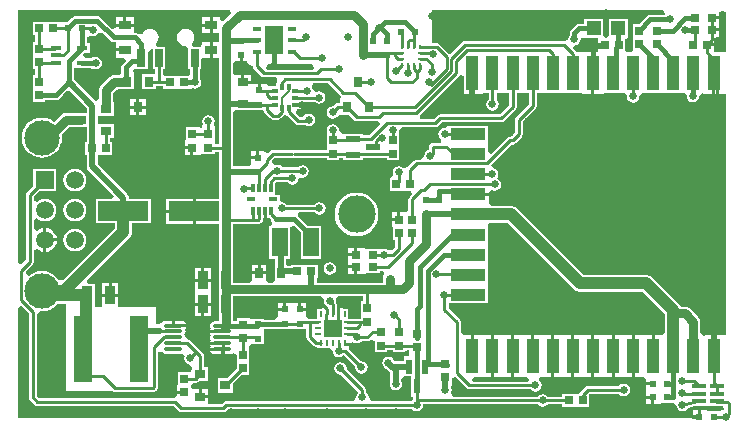
<source format=gtl>
%FSLAX23Y23*%
%MOIN*%
G70*
G01*
G75*
G04 Layer_Physical_Order=1*
G04 Layer_Color=255*
%ADD10R,0.026X0.030*%
%ADD11R,0.030X0.026*%
%ADD12R,0.031X0.028*%
%ADD13R,0.039X0.031*%
%ADD14R,0.028X0.059*%
%ADD15R,0.012X0.020*%
%ADD16R,0.020X0.012*%
%ADD17R,0.051X0.022*%
%ADD18R,0.024X0.024*%
%ADD19R,0.118X0.039*%
%ADD20R,0.039X0.118*%
%ADD21R,0.010X0.020*%
%ADD22R,0.020X0.010*%
%ADD23R,0.010X0.013*%
%ADD24R,0.013X0.010*%
%ADD25O,0.065X0.012*%
%ADD26R,0.037X0.018*%
%ADD27R,0.035X0.031*%
%ADD28R,0.031X0.035*%
%ADD29R,0.063X0.224*%
%ADD30R,0.024X0.024*%
%ADD31R,0.035X0.026*%
%ADD32R,0.026X0.035*%
%ADD33R,0.033X0.059*%
%ADD34R,0.169X0.065*%
%ADD35R,0.053X0.094*%
%ADD36R,0.028X0.018*%
%ADD37R,0.063X0.098*%
%ADD38R,0.012X0.031*%
%ADD39R,0.031X0.012*%
%ADD40R,0.047X0.047*%
%ADD41R,0.051X0.016*%
%ADD42R,0.022X0.051*%
%ADD43C,0.010*%
%ADD44C,0.030*%
%ADD45C,0.015*%
%ADD46C,0.020*%
%ADD47C,0.040*%
%ADD48C,0.011*%
%ADD49C,0.008*%
%ADD50C,0.125*%
%ADD51C,0.118*%
%ADD52C,0.059*%
%ADD53R,0.059X0.059*%
%ADD54C,0.025*%
G36*
X340Y403D02*
X364D01*
X365Y403D01*
Y403D01*
X365Y403D01*
Y403D01*
X375Y405D01*
X375D01*
Y405D01*
X375Y405D01*
X389D01*
Y383D01*
X388Y382D01*
X383Y375D01*
X381Y367D01*
X383Y359D01*
X388Y353D01*
X394Y348D01*
X402Y346D01*
X410Y348D01*
X417Y353D01*
X422Y359D01*
X423Y367D01*
X422Y375D01*
X417Y382D01*
X416Y383D01*
Y405D01*
X430D01*
Y405D01*
X442D01*
Y405D01*
X456D01*
Y365D01*
X426Y334D01*
X228D01*
X223Y333D01*
X219Y330D01*
X207Y318D01*
X163D01*
X162Y320D01*
X159Y330D01*
X291Y463D01*
X294Y466D01*
X295Y466D01*
X306Y460D01*
Y403D01*
X330D01*
Y472D01*
X340D01*
Y403D01*
D02*
G37*
G36*
X753Y588D02*
X753Y576D01*
Y570D01*
X777D01*
Y560D01*
X753D01*
Y554D01*
X753Y542D01*
X742Y542D01*
Y472D01*
Y403D01*
X765D01*
X767Y403D01*
X767D01*
X778Y405D01*
X779D01*
X831D01*
X832Y405D01*
X837D01*
X843D01*
X850Y394D01*
X852Y386D01*
X856Y379D01*
X863Y375D01*
X871Y373D01*
X879Y375D01*
X886Y379D01*
X890Y386D01*
X892Y394D01*
X899Y405D01*
X910D01*
Y405D01*
X965D01*
X965Y405D01*
X965Y405D01*
X977D01*
Y405D01*
X977Y405D01*
X1032D01*
X1032Y405D01*
X1038D01*
X1044D01*
X1049Y395D01*
X1051Y387D01*
X1055Y380D01*
X1062Y376D01*
X1070Y374D01*
X1078Y376D01*
X1085Y380D01*
X1089Y387D01*
X1091Y395D01*
X1099Y405D01*
X1109Y403D01*
X1109D01*
X1111Y403D01*
X1134D01*
Y472D01*
X1144D01*
Y403D01*
X1168D01*
X1168Y403D01*
X1180Y403D01*
Y-403D01*
X1168Y-403D01*
X1168Y-403D01*
X1144D01*
Y-472D01*
X1134D01*
Y-403D01*
X1111D01*
X1109Y-403D01*
X1109D01*
X1107Y-404D01*
X1095Y-394D01*
Y-358D01*
X1093Y-349D01*
X1088Y-342D01*
X1060Y-313D01*
X1052Y-308D01*
X1043Y-307D01*
X1030D01*
X1029Y-306D01*
X1025Y-300D01*
X935Y-210D01*
X929Y-206D01*
X924Y-204D01*
X922Y-203D01*
X915Y-202D01*
X707D01*
X485Y20D01*
X479Y24D01*
X474Y26D01*
X472Y27D01*
X465Y28D01*
X396D01*
X389Y37D01*
Y62D01*
X320D01*
Y72D01*
X389D01*
Y75D01*
X401Y82D01*
X402Y81D01*
X410Y79D01*
X418Y81D01*
X425Y85D01*
X429Y92D01*
X431Y100D01*
X429Y108D01*
X425Y115D01*
X418Y119D01*
X420Y125D01*
X420Y126D01*
X422Y134D01*
X420Y142D01*
X416Y149D01*
X409Y153D01*
X403Y154D01*
X400Y161D01*
X398Y166D01*
X465Y233D01*
X470D01*
X475Y234D01*
X479Y237D01*
X499Y257D01*
X502Y262D01*
X503Y267D01*
X503Y267D01*
Y310D01*
X546Y352D01*
X548Y356D01*
X549Y361D01*
Y405D01*
X564D01*
Y405D01*
X575D01*
Y405D01*
X631D01*
Y405D01*
X631Y405D01*
X642D01*
Y405D01*
X642Y405D01*
X695D01*
X696D01*
X707Y403D01*
X707D01*
X709Y403D01*
X732D01*
Y472D01*
Y542D01*
X709D01*
X707Y542D01*
X707D01*
X696Y540D01*
X695D01*
X682D01*
X682Y540D01*
X679Y544D01*
X671Y553D01*
X673Y560D01*
X676Y564D01*
X683Y566D01*
X690Y570D01*
X694Y577D01*
X696Y585D01*
X698Y588D01*
X707Y588D01*
X741D01*
X753Y588D01*
D02*
G37*
G36*
X-192Y488D02*
X-195Y483D01*
X-348D01*
X-352Y488D01*
X-346Y500D01*
X-198D01*
X-192Y488D01*
D02*
G37*
G36*
X523Y367D02*
X481Y324D01*
X478Y320D01*
X477Y315D01*
Y272D01*
X464Y260D01*
X460D01*
X455Y259D01*
X450Y256D01*
X398Y203D01*
X387Y208D01*
Y228D01*
X387Y228D01*
Y234D01*
Y240D01*
X387Y240D01*
Y295D01*
X253D01*
Y295D01*
X243Y289D01*
X235Y287D01*
X228Y283D01*
X223Y276D01*
X222Y268D01*
X223Y260D01*
X228Y253D01*
X232Y250D01*
X229Y238D01*
X203D01*
X198Y237D01*
X194Y234D01*
X191Y230D01*
X190Y225D01*
Y215D01*
X187Y214D01*
X180Y210D01*
X176Y203D01*
X174Y195D01*
X165Y183D01*
X150D01*
X145Y182D01*
X141Y179D01*
X118Y157D01*
X118Y157D01*
X106Y155D01*
X104Y155D01*
X98Y159D01*
X90Y161D01*
X82Y159D01*
X75Y155D01*
X71Y148D01*
X69Y140D01*
X71Y133D01*
X71Y132D01*
X64Y121D01*
X60D01*
Y79D01*
X130D01*
X134Y68D01*
X126Y59D01*
X123Y55D01*
X122Y50D01*
Y15D01*
X113Y7D01*
X113Y7D01*
X95D01*
Y-17D01*
X90D01*
Y-22D01*
X67D01*
Y-42D01*
X69D01*
Y-85D01*
X77D01*
Y-110D01*
X67Y-119D01*
X55Y-120D01*
X48Y-116D01*
X40Y-114D01*
X38Y-114D01*
X26Y-114D01*
X26Y-114D01*
X26Y-114D01*
X-15D01*
X-16D01*
X-27Y-112D01*
X-27D01*
X-32Y-112D01*
X-48D01*
Y-135D01*
X-53D01*
Y-140D01*
X-78D01*
Y-159D01*
Y-170D01*
X-53D01*
Y-175D01*
X-48D01*
Y-198D01*
X-32D01*
X-27Y-198D01*
X-27D01*
X-16Y-196D01*
X-15D01*
X26D01*
Y-188D01*
X38D01*
X41Y-194D01*
X42Y-200D01*
X38Y-206D01*
X37Y-215D01*
Y-227D01*
X-184D01*
Y-211D01*
X-180D01*
Y-169D01*
X-270D01*
Y-172D01*
X-283D01*
Y-169D01*
X-285D01*
Y-147D01*
X-273D01*
Y-42D01*
X-261Y-37D01*
X-237Y-60D01*
Y-147D01*
X-168D01*
Y-37D01*
X-216D01*
X-247Y-5D01*
X-246Y1D01*
X-243Y7D01*
X-191D01*
X-190Y5D01*
X-183Y1D01*
X-175Y-1D01*
X-167Y1D01*
X-160Y5D01*
X-156Y12D01*
X-154Y20D01*
X-156Y28D01*
X-160Y35D01*
X-167Y39D01*
X-175Y41D01*
X-183Y39D01*
X-190Y35D01*
X-191Y33D01*
X-284D01*
X-285Y35D01*
X-292Y39D01*
X-300Y41D01*
X-305Y45D01*
Y64D01*
X-323D01*
Y104D01*
X-320Y107D01*
X-281D01*
X-280Y105D01*
X-273Y101D01*
X-265Y99D01*
X-257Y101D01*
X-250Y105D01*
X-246Y112D01*
X-245Y114D01*
X-242Y121D01*
X-232Y123D01*
X-231Y123D01*
X-224Y124D01*
X-217Y129D01*
X-212Y136D01*
X-211Y144D01*
X-212Y151D01*
X-217Y158D01*
X-224Y163D01*
X-231Y164D01*
X-239Y163D01*
X-246Y158D01*
X-247Y157D01*
X-298D01*
X-300Y160D01*
X-307Y164D01*
X-315Y166D01*
X-323Y164D01*
X-334Y171D01*
X-334Y179D01*
X-325Y189D01*
X-266D01*
X-263Y190D01*
X-261Y189D01*
X-151D01*
Y180D01*
X-109D01*
Y189D01*
X-97D01*
Y181D01*
X-30D01*
Y189D01*
X49D01*
Y180D01*
X91D01*
Y225D01*
Y270D01*
X91Y270D01*
X91D01*
X92Y282D01*
X100Y292D01*
X212D01*
X217Y293D01*
X222Y296D01*
X234Y308D01*
X431D01*
X436Y309D01*
X440Y312D01*
X479Y350D01*
X482Y354D01*
X483Y359D01*
Y405D01*
X497D01*
Y405D01*
X509D01*
Y405D01*
X523D01*
Y367D01*
D02*
G37*
G36*
X-165Y-276D02*
X-160Y-285D01*
X-161Y-290D01*
X-159Y-298D01*
X-158Y-300D01*
X-164Y-312D01*
X-165D01*
Y-314D01*
X-182D01*
Y-347D01*
X-211D01*
X-218Y-338D01*
Y-338D01*
X-218Y-333D01*
Y-321D01*
X-240D01*
Y-316D01*
X-245D01*
Y-295D01*
X-256D01*
X-262Y-295D01*
X-265D01*
X-268D01*
X-274Y-295D01*
X-285D01*
Y-316D01*
X-290D01*
Y-321D01*
X-312D01*
Y-333D01*
X-312Y-338D01*
Y-338D01*
X-312Y-339D01*
X-322Y-351D01*
X-360D01*
Y-347D01*
X-400D01*
X-400Y-347D01*
Y-347D01*
X-400Y-347D01*
X-400Y-347D01*
X-409Y-345D01*
X-409Y-345D01*
X-409Y-345D01*
Y-345D01*
X-411Y-345D01*
X-451D01*
Y-355D01*
X-463D01*
Y-338D01*
X-462D01*
Y-300D01*
X-462Y-298D01*
Y-273D01*
X-168D01*
X-165Y-276D01*
D02*
G37*
G36*
X-28Y-290D02*
X-36D01*
Y-335D01*
Y-347D01*
X-78D01*
Y-314D01*
X-95D01*
Y-312D01*
X-105D01*
Y-332D01*
Y-352D01*
X-100D01*
Y-373D01*
Y-393D01*
Y-408D01*
X-106D01*
Y-410D01*
X-160D01*
Y-393D01*
Y-373D01*
Y-352D01*
X-155D01*
Y-332D01*
X-145D01*
Y-352D01*
X-135D01*
Y-352D01*
X-125D01*
Y-352D01*
X-115D01*
Y-332D01*
Y-312D01*
X-117D01*
Y-300D01*
X-118Y-295D01*
X-120Y-292D01*
X-119Y-290D01*
X-120Y-285D01*
X-115Y-276D01*
X-112Y-273D01*
X-28D01*
Y-290D01*
D02*
G37*
G36*
X-104Y396D02*
X-104Y395D01*
X-106Y383D01*
X-106D01*
X-106Y383D01*
Y371D01*
X-112D01*
X-117Y370D01*
X-122Y367D01*
X-128Y361D01*
X-130Y361D01*
X-138Y359D01*
X-145Y355D01*
X-149Y348D01*
X-151Y340D01*
X-149Y332D01*
X-145Y325D01*
X-138Y321D01*
X-130Y319D01*
X-122Y321D01*
X-115Y325D01*
X-106Y332D01*
X-101Y332D01*
X-75D01*
X-59Y316D01*
X-55Y313D01*
X-50Y312D01*
X21D01*
X26Y302D01*
X26Y300D01*
X-10Y264D01*
X-30D01*
Y269D01*
X-97D01*
Y269D01*
X-98Y269D01*
X-109Y280D01*
X-109Y280D01*
Y280D01*
X-109Y281D01*
X-111Y288D01*
X-112Y291D01*
X-115Y295D01*
X-122Y299D01*
X-130Y301D01*
X-138Y299D01*
X-145Y295D01*
X-148Y291D01*
X-149Y288D01*
X-151Y281D01*
X-151Y280D01*
Y280D01*
X-151Y268D01*
Y225D01*
Y216D01*
X-261D01*
X-263Y215D01*
X-266Y216D01*
X-330D01*
X-335Y215D01*
X-339Y212D01*
X-347Y204D01*
X-358Y209D01*
Y210D01*
X-375D01*
Y189D01*
X-380D01*
Y184D01*
X-402D01*
Y167D01*
X-402D01*
X-411Y160D01*
X-462D01*
Y338D01*
X-456Y348D01*
X-404D01*
X-404Y348D01*
D01*
X-404Y348D01*
X-395Y347D01*
X-395Y347D01*
Y347D01*
Y347D01*
X-393Y347D01*
X-362D01*
X-361Y344D01*
X-358Y340D01*
X-338Y320D01*
X-334Y317D01*
X-329Y316D01*
X-313D01*
X-308Y317D01*
X-303Y320D01*
X-297Y327D01*
X-290Y331D01*
X-280Y327D01*
X-254Y301D01*
X-250Y298D01*
X-245Y297D01*
X-220D01*
X-218Y296D01*
X-210Y294D01*
X-202Y296D01*
X-195Y300D01*
X-191Y307D01*
X-189Y315D01*
X-191Y323D01*
X-195Y330D01*
X-202Y334D01*
X-210Y336D01*
X-218Y334D01*
X-225Y330D01*
X-228Y325D01*
X-240Y324D01*
X-254Y338D01*
X-249Y350D01*
X-235D01*
Y361D01*
X-255D01*
Y371D01*
X-235D01*
Y376D01*
X-191D01*
X-190Y375D01*
X-184Y370D01*
X-176Y369D01*
X-168Y370D01*
X-161Y375D01*
X-156Y381D01*
X-155Y389D01*
X-156Y397D01*
X-161Y404D01*
X-168Y409D01*
X-176Y410D01*
X-184Y409D01*
X-185Y408D01*
X-191Y411D01*
X-196Y415D01*
X-198Y421D01*
X-200Y425D01*
X-196Y435D01*
X-195Y437D01*
X-145D01*
X-104Y396D01*
D02*
G37*
G36*
X-1020Y-310D02*
X-1020Y-310D01*
X-1020Y-310D01*
Y-590D01*
X-863D01*
X-860Y-592D01*
X-855Y-593D01*
X-730D01*
X-725Y-592D01*
X-722Y-590D01*
X-720D01*
Y-589D01*
X-716Y-584D01*
X-713Y-580D01*
X-712Y-575D01*
Y-459D01*
X-700Y-457D01*
X-698Y-459D01*
X-694Y-462D01*
X-688Y-464D01*
X-635D01*
X-633Y-463D01*
X-625Y-471D01*
X-625Y-471D01*
X-624Y-473D01*
X-626Y-480D01*
X-624Y-488D01*
X-620Y-495D01*
X-613Y-499D01*
X-607Y-501D01*
X-603Y-504D01*
X-598Y-512D01*
Y-515D01*
X-604Y-525D01*
X-646D01*
Y-568D01*
X-648D01*
Y-588D01*
X-625D01*
Y-598D01*
X-648D01*
Y-601D01*
X-655Y-612D01*
X-1110D01*
X-1117Y-605D01*
Y-333D01*
X-1116Y-332D01*
X-1106Y-323D01*
X-1105Y-323D01*
X-1100Y-323D01*
X-1087Y-322D01*
X-1074Y-318D01*
X-1063Y-312D01*
X-1052Y-304D01*
X-1048Y-298D01*
X-1021D01*
X-1020Y-310D01*
D02*
G37*
G36*
X-430Y510D02*
X-422D01*
X-416Y510D01*
X-415Y509D01*
X-410Y500D01*
X-410D01*
X-409D01*
X-406Y499D01*
X-397Y495D01*
Y494D01*
X-396Y489D01*
X-393Y485D01*
X-369Y461D01*
X-365Y458D01*
X-360Y457D01*
X-318D01*
X-316Y453D01*
X-315Y442D01*
X-320Y432D01*
X-323Y429D01*
X-341D01*
X-343Y429D01*
X-353Y434D01*
Y435D01*
X-370D01*
Y414D01*
X-380D01*
Y435D01*
X-390D01*
X-397Y435D01*
X-397Y436D01*
X-430D01*
Y441D01*
X-435D01*
Y464D01*
X-450D01*
X-458Y464D01*
X-462Y475D01*
D01*
Y500D01*
X-457Y510D01*
X-450Y510D01*
X-440D01*
Y531D01*
X-430D01*
Y510D01*
D02*
G37*
G36*
X-899Y606D02*
X-871Y579D01*
X-866Y575D01*
X-860Y574D01*
X-853D01*
Y554D01*
X-824D01*
Y544D01*
X-853D01*
Y523D01*
X-826D01*
X-821Y511D01*
X-831Y501D01*
X-835Y496D01*
X-836Y490D01*
Y468D01*
X-841D01*
Y466D01*
X-858D01*
X-867Y464D01*
X-874Y459D01*
X-902Y432D01*
X-907Y424D01*
X-908Y415D01*
Y385D01*
X-919Y378D01*
X-923Y379D01*
X-994Y450D01*
Y476D01*
X-993Y488D01*
X-940D01*
X-940Y488D01*
Y488D01*
X-940Y488D01*
X-929Y485D01*
X-929Y485D01*
X-921Y484D01*
X-913Y485D01*
X-906Y490D01*
X-901Y496D01*
X-900Y504D01*
X-901Y512D01*
X-906Y519D01*
X-913Y524D01*
X-921Y525D01*
X-929Y524D01*
X-929Y524D01*
X-940Y521D01*
X-940Y521D01*
X-940Y521D01*
X-957D01*
X-963Y533D01*
X-958Y539D01*
X-940D01*
Y572D01*
X-951D01*
Y590D01*
X-948Y591D01*
X-939Y595D01*
X-936Y595D01*
X-930Y594D01*
X-928Y595D01*
X-927Y595D01*
X-925Y595D01*
X-922Y596D01*
X-917Y599D01*
X-915Y600D01*
X-913Y604D01*
X-902Y606D01*
X-899Y606D01*
D02*
G37*
G36*
X675Y-250D02*
X681Y-254D01*
X686Y-256D01*
X688Y-257D01*
X695Y-258D01*
X903D01*
X976Y-331D01*
Y-396D01*
X967Y-403D01*
X964Y-403D01*
X943D01*
Y-472D01*
X933D01*
Y-403D01*
X913D01*
X908Y-403D01*
X904D01*
X901D01*
X896Y-403D01*
X876D01*
Y-472D01*
Y-541D01*
X896D01*
X901Y-541D01*
X904D01*
X908D01*
X915Y-551D01*
Y-553D01*
Y-560D01*
X936D01*
Y-570D01*
X915D01*
Y-576D01*
X915Y-587D01*
Y-587D01*
Y-588D01*
X915Y-599D01*
Y-605D01*
X936D01*
Y-610D01*
X941D01*
Y-632D01*
X953D01*
X958Y-632D01*
X958D01*
X969Y-630D01*
X970D01*
X1003D01*
X1010Y-631D01*
X1014Y-635D01*
X1014Y-636D01*
X1016Y-643D01*
X1020Y-650D01*
X1027Y-654D01*
X1035Y-656D01*
X1043Y-654D01*
X1050Y-650D01*
X1054Y-644D01*
X1076Y-638D01*
X1169D01*
X1173Y-650D01*
X1170Y-653D01*
X1158Y-655D01*
Y-655D01*
X1158Y-655D01*
X1131D01*
X1119Y-655D01*
X1119Y-655D01*
X1119Y-655D01*
X1113Y-653D01*
X1113Y-653D01*
Y-653D01*
X1108Y-653D01*
X1096D01*
Y-675D01*
X1091D01*
Y-680D01*
X-1180D01*
Y-311D01*
X-1168Y-306D01*
X-1143Y-330D01*
Y-610D01*
X-1142Y-615D01*
X-1139Y-619D01*
X-1124Y-634D01*
X-1120Y-637D01*
X-1115Y-638D01*
X-660D01*
X-644Y-654D01*
X-640Y-657D01*
X-635Y-658D01*
X-495D01*
X-490Y-657D01*
X-486Y-654D01*
X-480Y-648D01*
X134D01*
X135Y-650D01*
X142Y-654D01*
X150Y-656D01*
X158Y-654D01*
X165Y-650D01*
X169Y-643D01*
X171Y-635D01*
X172Y-633D01*
X554D01*
X555Y-635D01*
X562Y-639D01*
X570Y-641D01*
X578Y-639D01*
X585Y-635D01*
X586Y-633D01*
X635D01*
Y-641D01*
X725D01*
Y-599D01*
X737Y-598D01*
X824D01*
X825Y-600D01*
X832Y-604D01*
X840Y-606D01*
X848Y-604D01*
X855Y-600D01*
X859Y-593D01*
X861Y-585D01*
X859Y-577D01*
X855Y-570D01*
X848Y-566D01*
X840Y-564D01*
X832Y-566D01*
X825Y-570D01*
X824Y-572D01*
X720D01*
X715Y-573D01*
X711Y-576D01*
X693Y-593D01*
X690Y-597D01*
X690Y-599D01*
X635D01*
Y-607D01*
X586D01*
X585Y-605D01*
X578Y-601D01*
X570Y-599D01*
X562Y-601D01*
X555Y-605D01*
X554Y-607D01*
X269D01*
X263Y-595D01*
X264Y-593D01*
X266Y-585D01*
X264Y-577D01*
X266Y-565D01*
X266D01*
Y-546D01*
X269Y-544D01*
X278Y-542D01*
X316Y-579D01*
X320Y-582D01*
X325Y-583D01*
X529D01*
X530Y-585D01*
X537Y-589D01*
X545Y-591D01*
X553Y-589D01*
X560Y-585D01*
X564Y-578D01*
X566Y-570D01*
X564Y-562D01*
X560Y-555D01*
X557Y-553D01*
X561Y-541D01*
X561D01*
X566Y-541D01*
X570D01*
X573D01*
X578Y-541D01*
X598D01*
Y-472D01*
Y-403D01*
X578D01*
X573Y-403D01*
X570D01*
X566D01*
X561Y-403D01*
X541D01*
Y-472D01*
X531D01*
Y-403D01*
X511D01*
X507Y-403D01*
X503D01*
X499D01*
X495Y-403D01*
X474D01*
Y-472D01*
Y-541D01*
X495D01*
X499Y-541D01*
X503D01*
X507D01*
X511Y-541D01*
X518D01*
X524Y-553D01*
X521Y-557D01*
X338D01*
X335Y-553D01*
X341Y-541D01*
X361D01*
X365Y-541D01*
X369D01*
X373D01*
X377Y-541D01*
X397D01*
Y-472D01*
Y-403D01*
X377D01*
X373Y-403D01*
X369D01*
X365D01*
X361Y-403D01*
X340D01*
Y-472D01*
X330D01*
Y-403D01*
X306D01*
X298Y-394D01*
Y-360D01*
X297Y-355D01*
X294Y-351D01*
X256Y-312D01*
Y-295D01*
X387D01*
Y-240D01*
X387Y-240D01*
Y-234D01*
Y-228D01*
X387Y-228D01*
Y-173D01*
X387D01*
Y-162D01*
X387D01*
Y-106D01*
X387Y-106D01*
Y-106D01*
Y-96D01*
X387Y-95D01*
X387Y-94D01*
X387Y-94D01*
D01*
Y-94D01*
X387D01*
Y-39D01*
X387Y-39D01*
X387D01*
X387Y-39D01*
X389Y-28D01*
X453D01*
X675Y-250D01*
D02*
G37*
G36*
X-351Y-13D02*
X-341D01*
X-335Y-19D01*
X-335Y-21D01*
X-332Y-25D01*
X-334Y-31D01*
X-337Y-37D01*
X-342D01*
Y-147D01*
X-322D01*
Y-169D01*
X-324D01*
Y-221D01*
X-334Y-227D01*
X-343D01*
X-354Y-223D01*
X-354Y-215D01*
Y-200D01*
X-399D01*
Y-215D01*
X-399Y-223D01*
X-410Y-227D01*
D01*
X-462D01*
Y-33D01*
X-380D01*
X-375Y-32D01*
X-371Y-29D01*
X-366Y-25D01*
X-364Y-21D01*
X-363Y-16D01*
Y-13D01*
X-361D01*
Y13D01*
X-351D01*
Y-13D01*
D02*
G37*
G36*
X976Y668D02*
X974Y666D01*
X927D01*
X921Y665D01*
X916Y661D01*
X890Y635D01*
X869D01*
Y590D01*
Y545D01*
X859Y540D01*
X855D01*
X845Y544D01*
X845Y548D01*
Y552D01*
Y586D01*
X853Y588D01*
X853D01*
Y652D01*
X790D01*
Y595D01*
X780Y589D01*
X770Y595D01*
Y600D01*
Y652D01*
X707D01*
Y636D01*
X690D01*
X684Y635D01*
X679Y631D01*
X664Y616D01*
X660Y611D01*
X659Y605D01*
Y598D01*
X656Y593D01*
X654Y585D01*
X651Y583D01*
X643Y578D01*
X640Y578D01*
X311D01*
X306Y577D01*
X302Y574D01*
X262Y535D01*
X258Y535D01*
X225Y569D01*
X221Y571D01*
X216Y572D01*
X200D01*
Y680D01*
X971D01*
X976Y668D01*
D02*
G37*
G36*
X-469Y669D02*
X-495Y644D01*
X-507Y649D01*
Y657D01*
X-531D01*
Y631D01*
Y606D01*
X-508D01*
Y574D01*
X-531D01*
Y549D01*
Y523D01*
X-508D01*
Y236D01*
X-524D01*
Y245D01*
Y278D01*
X-524Y290D01*
X-524Y290D01*
X-526Y302D01*
Y302D01*
X-526Y302D01*
X-526Y302D01*
X-524Y310D01*
X-526Y318D01*
X-530Y325D01*
X-537Y329D01*
X-545Y331D01*
X-553Y329D01*
X-560Y325D01*
X-564Y318D01*
X-566Y310D01*
X-564Y302D01*
X-564Y302D01*
X-564Y302D01*
X-566Y290D01*
Y290D01*
X-567Y288D01*
X-579Y290D01*
Y290D01*
X-621D01*
Y247D01*
X-623D01*
Y227D01*
X-600D01*
Y222D01*
X-595D01*
Y198D01*
X-577D01*
Y198D01*
X-566Y200D01*
Y200D01*
X-524D01*
Y209D01*
X-508D01*
Y52D01*
X-587D01*
Y10D01*
Y-32D01*
X-508D01*
Y-182D01*
X-511D01*
Y-258D01*
X-511D01*
Y-262D01*
X-511D01*
Y-338D01*
X-510D01*
Y-356D01*
X-525D01*
X-530Y-358D01*
X-535Y-361D01*
X-538Y-365D01*
X-539Y-371D01*
X-538Y-376D01*
X-536Y-379D01*
X-536Y-379D01*
X-540Y-384D01*
X-540Y-385D01*
X-504D01*
X-498Y-386D01*
Y-395D01*
X-540D01*
X-540Y-397D01*
X-536Y-402D01*
X-536Y-402D01*
X-538Y-405D01*
X-539Y-410D01*
X-538Y-415D01*
X-536Y-418D01*
X-536Y-418D01*
X-540Y-423D01*
X-540Y-425D01*
X-498D01*
Y-435D01*
X-540D01*
X-540Y-436D01*
X-537Y-440D01*
X-540Y-443D01*
X-540Y-444D01*
X-498D01*
Y-449D01*
X-493D01*
Y-466D01*
X-472D01*
X-466Y-464D01*
X-463Y-463D01*
X-454Y-466D01*
X-451Y-468D01*
Y-490D01*
Y-515D01*
X-482Y-546D01*
X-513D01*
Y-594D01*
X-462D01*
Y-563D01*
X-434Y-535D01*
X-409D01*
Y-490D01*
Y-445D01*
X-409D01*
Y-440D01*
X-398Y-433D01*
X-360D01*
Y-394D01*
X-360Y-394D01*
X-359Y-382D01*
X-310D01*
Y-383D01*
X-270D01*
Y-383D01*
X-270Y-383D01*
X-260D01*
Y-383D01*
X-260Y-383D01*
X-220D01*
X-218Y-395D01*
Y-410D01*
X-217Y-415D01*
X-214Y-419D01*
X-196Y-438D01*
X-192Y-440D01*
X-187Y-441D01*
X-182D01*
Y-446D01*
X-141D01*
X-131Y-455D01*
X-129Y-463D01*
X-125Y-470D01*
X-118Y-474D01*
X-110Y-476D01*
X-102Y-474D01*
X-95Y-470D01*
X-94Y-470D01*
X-56Y-508D01*
X-56Y-510D01*
X-54Y-518D01*
X-50Y-525D01*
X-43Y-529D01*
X-35Y-531D01*
X-27Y-529D01*
X-20Y-525D01*
X-16Y-518D01*
X-14Y-510D01*
X-16Y-502D01*
X-20Y-495D01*
X-27Y-491D01*
X-35Y-489D01*
X-37Y-489D01*
X-69Y-457D01*
X-76Y-448D01*
X-76D01*
X-76Y-448D01*
Y-430D01*
X-69Y-427D01*
X-64Y-425D01*
X-58Y-429D01*
X-50Y-431D01*
X-42Y-429D01*
X-35Y-425D01*
X-34Y-423D01*
X-15D01*
X-10Y-422D01*
X-6Y-419D01*
X-3Y-417D01*
X9Y-422D01*
Y-460D01*
X51D01*
Y-451D01*
X69D01*
Y-460D01*
X111D01*
Y-456D01*
X123Y-453D01*
X125Y-455D01*
X124Y-469D01*
X120Y-473D01*
X106D01*
Y-487D01*
X103Y-488D01*
X75D01*
X74Y-487D01*
X70Y-480D01*
X63Y-476D01*
X55Y-474D01*
X47Y-476D01*
X40Y-480D01*
X36Y-487D01*
X34Y-495D01*
X36Y-503D01*
X40Y-510D01*
X47Y-514D01*
X49Y-515D01*
X54Y-520D01*
X54Y-520D01*
X62Y-528D01*
Y-556D01*
X61Y-557D01*
X59Y-565D01*
X61Y-573D01*
X65Y-580D01*
X72Y-584D01*
X80Y-586D01*
X88Y-584D01*
X95Y-580D01*
X99Y-573D01*
X101Y-565D01*
X99Y-557D01*
X98Y-556D01*
Y-549D01*
X106Y-540D01*
X131D01*
Y-607D01*
X137D01*
Y-615D01*
Y-619D01*
X135Y-620D01*
X134Y-622D01*
X-2D01*
X-11Y-610D01*
X-11Y-609D01*
X-12Y-601D01*
X-17Y-594D01*
X-18Y-593D01*
Y-586D01*
X-19Y-581D01*
X-22Y-577D01*
X-84Y-515D01*
X-84Y-513D01*
X-86Y-505D01*
X-90Y-498D01*
X-97Y-494D01*
X-105Y-492D01*
X-113Y-494D01*
X-120Y-498D01*
X-124Y-505D01*
X-126Y-513D01*
X-124Y-521D01*
X-120Y-528D01*
X-113Y-532D01*
X-105Y-534D01*
X-103Y-534D01*
X-53Y-584D01*
X-46Y-594D01*
X-51Y-601D01*
X-52Y-609D01*
X-52Y-610D01*
X-61Y-622D01*
X-485D01*
X-490Y-623D01*
X-494Y-626D01*
X-500Y-632D01*
X-545D01*
Y-612D01*
X-572D01*
Y-607D01*
X-577D01*
Y-582D01*
X-600D01*
X-602Y-571D01*
Y-568D01*
X-593Y-561D01*
X-587D01*
X-582Y-560D01*
X-578Y-557D01*
X-577Y-556D01*
X-547D01*
Y-509D01*
X-559D01*
Y-473D01*
X-560Y-468D01*
X-563Y-463D01*
X-576Y-451D01*
X-606Y-420D01*
X-610Y-417D01*
X-615Y-416D01*
X-621Y-410D01*
X-622Y-405D01*
X-625Y-400D01*
X-622Y-396D01*
X-621Y-390D01*
X-622Y-385D01*
X-624Y-382D01*
X-624Y-382D01*
X-620Y-377D01*
X-620Y-376D01*
X-662D01*
Y-371D01*
X-667D01*
Y-354D01*
X-688D01*
X-694Y-356D01*
X-700Y-359D01*
X-701Y-361D01*
X-712Y-365D01*
X-716Y-365D01*
X-720Y-361D01*
Y-310D01*
X-833D01*
X-845Y-310D01*
X-845Y-298D01*
Y-275D01*
X-898D01*
Y-298D01*
X-898Y-310D01*
X-910Y-310D01*
X-913D01*
X-924Y-308D01*
Y-232D01*
X-947D01*
X-951Y-221D01*
X-808Y-78D01*
X-804Y-72D01*
X-802Y-67D01*
X-801Y-65D01*
X-800Y-58D01*
Y-30D01*
X-735D01*
Y50D01*
X-810D01*
Y55D01*
X-811Y62D01*
X-812Y64D01*
X-815Y68D01*
X-914Y168D01*
Y199D01*
X-865D01*
Y241D01*
X-874D01*
Y254D01*
X-861D01*
Y301D01*
X-912D01*
X-914Y312D01*
Y318D01*
X-912Y329D01*
X-861D01*
Y376D01*
X-862D01*
Y405D01*
X-852Y415D01*
X-841Y417D01*
X-841Y417D01*
X-841Y417D01*
X-794D01*
Y468D01*
X-794D01*
X-797Y480D01*
X-792Y484D01*
X-790Y484D01*
Y484D01*
X-747D01*
Y540D01*
X-735Y552D01*
X-732D01*
X-731Y551D01*
Y484D01*
X-723D01*
Y468D01*
X-766D01*
Y417D01*
X-719D01*
Y427D01*
X-695D01*
Y419D01*
X-605D01*
X-605Y419D01*
X-593Y420D01*
X-590Y419D01*
X-582Y421D01*
X-575Y425D01*
X-571Y432D01*
X-569Y440D01*
X-571Y448D01*
X-574Y453D01*
Y484D01*
X-570D01*
Y512D01*
X-566Y523D01*
X-558Y523D01*
X-541D01*
Y549D01*
Y574D01*
X-566D01*
Y569D01*
X-570Y559D01*
X-578Y559D01*
X-597D01*
X-601Y569D01*
X-601Y571D01*
X-597Y576D01*
X-594Y583D01*
X-593Y590D01*
X-594Y597D01*
X-597Y604D01*
X-601Y610D01*
X-607Y614D01*
X-614Y617D01*
X-621Y618D01*
X-628Y617D01*
X-635Y614D01*
X-641Y610D01*
X-645Y604D01*
X-648Y597D01*
X-649Y590D01*
X-648Y583D01*
X-645Y576D01*
X-641Y570D01*
X-635Y566D01*
X-628Y563D01*
X-624Y562D01*
X-620Y561D01*
X-613Y551D01*
Y484D01*
X-606D01*
Y469D01*
X-614Y461D01*
X-694D01*
X-696Y473D01*
X-695Y484D01*
X-688D01*
Y559D01*
X-715D01*
X-719Y569D01*
X-719Y571D01*
X-715Y576D01*
X-712Y583D01*
X-711Y590D01*
X-712Y597D01*
X-715Y604D01*
X-719Y610D01*
X-725Y614D01*
X-732Y617D01*
X-739Y618D01*
X-746Y617D01*
X-753Y614D01*
X-759Y610D01*
X-763Y604D01*
X-764Y603D01*
X-777Y600D01*
X-777Y600D01*
X-779Y601D01*
X-784Y605D01*
X-790Y606D01*
X-794D01*
Y626D01*
X-853D01*
Y623D01*
X-865Y618D01*
X-904Y656D01*
X-909Y660D01*
X-915Y661D01*
X-988D01*
X-994Y660D01*
X-999Y656D01*
X-1016Y640D01*
X-1033D01*
X-1033Y640D01*
D01*
X-1033Y640D01*
X-1040Y641D01*
Y641D01*
X-1040Y641D01*
Y641D01*
X-1045Y641D01*
X-1130D01*
Y599D01*
X-1123D01*
Y575D01*
X-1131D01*
Y530D01*
Y485D01*
X-1123D01*
Y465D01*
X-1131D01*
Y420D01*
Y375D01*
X-1089D01*
Y382D01*
X-1053D01*
X-1047Y383D01*
X-1041Y386D01*
X-1018Y410D01*
X-1006Y410D01*
X-951Y355D01*
Y339D01*
X-997D01*
Y338D01*
X-1020D01*
X-1029Y337D01*
X-1037Y332D01*
X-1037Y332D01*
X-1059Y309D01*
X-1063Y312D01*
X-1074Y318D01*
X-1087Y322D01*
X-1100Y323D01*
X-1113Y322D01*
X-1126Y318D01*
X-1137Y312D01*
X-1148Y304D01*
X-1156Y293D01*
X-1162Y282D01*
X-1166Y269D01*
X-1167Y256D01*
X-1166Y243D01*
X-1162Y230D01*
X-1156Y218D01*
X-1148Y208D01*
X-1137Y200D01*
X-1126Y194D01*
X-1113Y190D01*
X-1100Y189D01*
X-1087Y190D01*
X-1074Y194D01*
X-1063Y200D01*
X-1052Y208D01*
X-1044Y218D01*
X-1038Y230D01*
X-1034Y243D01*
X-1033Y256D01*
X-1034Y268D01*
X-1010Y292D01*
X-997D01*
Y291D01*
X-951D01*
Y241D01*
X-955D01*
Y199D01*
X-951D01*
Y160D01*
X-950Y154D01*
X-950Y153D01*
X-946Y147D01*
X-860Y62D01*
X-865Y50D01*
X-921D01*
Y-30D01*
X-856D01*
Y-46D01*
X-1030Y-220D01*
X-1044Y-219D01*
X-1045Y-218D01*
X-1052Y-208D01*
X-1063Y-200D01*
X-1074Y-194D01*
X-1087Y-190D01*
X-1100Y-189D01*
X-1113Y-190D01*
X-1126Y-194D01*
X-1137Y-200D01*
X-1142Y-204D01*
X-1154Y-200D01*
X-1154Y-200D01*
X-1154Y-190D01*
X-1131Y-166D01*
X-1128Y-162D01*
X-1127Y-157D01*
Y-121D01*
X-1126Y-120D01*
X-1115Y-116D01*
X-1110Y-120D01*
X-1100Y-124D01*
X-1095Y-124D01*
Y-85D01*
Y-46D01*
X-1100Y-46D01*
X-1110Y-50D01*
X-1115Y-54D01*
X-1126Y-50D01*
X-1127Y-49D01*
Y-18D01*
X-1122Y-15D01*
X-1115Y-13D01*
X-1109Y-18D01*
X-1100Y-22D01*
X-1090Y-23D01*
X-1080Y-22D01*
X-1071Y-18D01*
X-1063Y-12D01*
X-1057Y-4D01*
X-1053Y5D01*
X-1052Y15D01*
X-1053Y25D01*
X-1057Y34D01*
X-1063Y42D01*
X-1071Y48D01*
X-1080Y52D01*
X-1090Y53D01*
X-1100Y52D01*
X-1109Y48D01*
X-1115Y43D01*
X-1122Y45D01*
X-1126Y48D01*
X-1127Y60D01*
X-1109Y77D01*
X-1052D01*
Y153D01*
X-1128D01*
Y96D01*
X-1149Y74D01*
X-1152Y70D01*
X-1153Y65D01*
Y-151D01*
X-1168Y-166D01*
X-1180Y-161D01*
Y680D01*
X-474D01*
X-469Y669D01*
D02*
G37*
G36*
X1180Y676D02*
Y542D01*
X1168Y542D01*
X1168Y542D01*
X1154D01*
X1142Y542D01*
X1142Y554D01*
Y560D01*
X1118D01*
Y570D01*
X1142D01*
Y580D01*
X1142Y588D01*
X1153Y592D01*
X1153Y592D01*
X1158D01*
Y610D01*
X1133D01*
Y620D01*
X1158D01*
Y631D01*
Y650D01*
X1133D01*
Y660D01*
X1158D01*
Y668D01*
X1158Y674D01*
X1170Y679D01*
X1180Y676D01*
D02*
G37*
%LPC*%
G36*
X-568Y-180D02*
X-590D01*
Y-215D01*
X-568D01*
Y-180D01*
D02*
G37*
G36*
X-537Y-305D02*
X-558D01*
Y-340D01*
X-537D01*
Y-305D01*
D02*
G37*
G36*
Y-180D02*
X-558D01*
Y-215D01*
X-537D01*
Y-180D01*
D02*
G37*
G36*
X-295Y-295D02*
X-312D01*
Y-311D01*
X-295D01*
Y-295D01*
D02*
G37*
G36*
X-877Y-230D02*
X-898D01*
Y-265D01*
X-877D01*
Y-230D01*
D02*
G37*
G36*
X-845D02*
X-867D01*
Y-265D01*
X-845D01*
Y-230D01*
D02*
G37*
G36*
X-235Y-295D02*
Y-311D01*
X-218D01*
Y-295D01*
X-235D01*
D02*
G37*
G36*
X-537Y-225D02*
X-590D01*
Y-248D01*
X-590Y-260D01*
Y-260D01*
Y-260D01*
X-590Y-272D01*
Y-295D01*
X-537D01*
Y-272D01*
X-537Y-260D01*
Y-260D01*
Y-260D01*
X-537Y-248D01*
Y-225D01*
D02*
G37*
G36*
X-568Y-305D02*
X-590D01*
Y-340D01*
X-568D01*
Y-305D01*
D02*
G37*
G36*
X-503Y-454D02*
X-540D01*
X-540Y-456D01*
X-536Y-461D01*
X-531Y-464D01*
X-525Y-466D01*
X-503D01*
Y-454D01*
D02*
G37*
G36*
X440Y-403D02*
X436D01*
X432D01*
X428Y-403D01*
X407D01*
Y-472D01*
Y-541D01*
X428D01*
X432Y-541D01*
X436D01*
X440D01*
X444Y-541D01*
X464D01*
Y-472D01*
Y-403D01*
X444D01*
X440Y-403D01*
D02*
G37*
G36*
X-567Y-582D02*
Y-602D01*
X-545D01*
Y-582D01*
X-567D01*
D02*
G37*
G36*
X1086Y-653D02*
X1070D01*
Y-670D01*
X1086D01*
Y-653D01*
D02*
G37*
G36*
X931Y-615D02*
X915D01*
Y-632D01*
X931D01*
Y-615D01*
D02*
G37*
G36*
X841Y-403D02*
X837D01*
X834D01*
X829Y-403D01*
X809D01*
Y-472D01*
Y-541D01*
X829D01*
X834Y-541D01*
X837D01*
X841D01*
X846Y-541D01*
X866D01*
Y-472D01*
Y-403D01*
X846D01*
X841Y-403D01*
D02*
G37*
G36*
X-635Y-354D02*
X-657D01*
Y-366D01*
X-620D01*
X-620Y-364D01*
X-624Y-359D01*
X-629Y-356D01*
X-635Y-354D01*
D02*
G37*
G36*
X774Y-403D02*
X770D01*
X767D01*
X762Y-403D01*
X742D01*
Y-472D01*
Y-541D01*
X762D01*
X767Y-541D01*
X770D01*
X774D01*
X779Y-541D01*
X799D01*
Y-472D01*
Y-403D01*
X779D01*
X774Y-403D01*
D02*
G37*
G36*
X640D02*
X637D01*
X633D01*
X628Y-403D01*
X608D01*
Y-472D01*
Y-541D01*
X628D01*
X633Y-541D01*
X637D01*
X640D01*
X645Y-541D01*
X665D01*
Y-472D01*
Y-403D01*
X645D01*
X640Y-403D01*
D02*
G37*
G36*
X707D02*
X704D01*
X700D01*
X695Y-403D01*
X675D01*
Y-472D01*
Y-541D01*
X695D01*
X700Y-541D01*
X704D01*
X707D01*
X712Y-541D01*
X732D01*
Y-472D01*
Y-403D01*
X712D01*
X707Y-403D01*
D02*
G37*
G36*
X-140Y-159D02*
X-148Y-161D01*
X-155Y-165D01*
X-159Y-172D01*
X-161Y-180D01*
X-159Y-188D01*
X-155Y-195D01*
X-148Y-199D01*
X-140Y-201D01*
X-132Y-199D01*
X-125Y-195D01*
X-121Y-188D01*
X-119Y-180D01*
X-121Y-172D01*
X-125Y-165D01*
X-132Y-161D01*
X-140Y-159D01*
D02*
G37*
G36*
X-785Y353D02*
X-806D01*
Y330D01*
X-785D01*
Y353D01*
D02*
G37*
G36*
X-754D02*
X-775D01*
Y330D01*
X-754D01*
Y353D01*
D02*
G37*
G36*
X-785Y385D02*
X-806D01*
Y363D01*
X-785D01*
Y385D01*
D02*
G37*
G36*
X-990Y153D02*
X-1000Y152D01*
X-1009Y148D01*
X-1017Y142D01*
X-1023Y134D01*
X-1027Y125D01*
X-1028Y115D01*
X-1027Y105D01*
X-1023Y96D01*
X-1017Y88D01*
X-1009Y82D01*
X-1000Y78D01*
X-990Y77D01*
X-980Y78D01*
X-971Y82D01*
X-963Y88D01*
X-957Y96D01*
X-953Y105D01*
X-952Y115D01*
X-953Y125D01*
X-957Y134D01*
X-963Y142D01*
X-971Y148D01*
X-980Y152D01*
X-990Y153D01*
D02*
G37*
G36*
X-385Y210D02*
X-402D01*
Y194D01*
X-385D01*
Y210D01*
D02*
G37*
G36*
X-605Y217D02*
X-623D01*
Y198D01*
X-605D01*
Y217D01*
D02*
G37*
G36*
X-829Y657D02*
X-853D01*
Y636D01*
X-829D01*
Y657D01*
D02*
G37*
G36*
X-794D02*
X-819D01*
Y636D01*
X-794D01*
Y657D01*
D02*
G37*
G36*
X-541D02*
X-566D01*
Y636D01*
X-541D01*
Y657D01*
D02*
G37*
G36*
X-754Y385D02*
X-775D01*
Y363D01*
X-754D01*
Y385D01*
D02*
G37*
G36*
X-425Y464D02*
Y446D01*
X-402D01*
Y464D01*
X-425D01*
D02*
G37*
G36*
X-541Y626D02*
X-566D01*
Y606D01*
X-541D01*
Y626D01*
D02*
G37*
G36*
X-58Y-112D02*
X-78D01*
Y-130D01*
X-58D01*
Y-112D01*
D02*
G37*
G36*
X-1051Y-90D02*
X-1085D01*
Y-124D01*
X-1080Y-124D01*
X-1070Y-120D01*
X-1062Y-113D01*
X-1055Y-105D01*
X-1051Y-95D01*
X-1051Y-90D01*
D02*
G37*
G36*
X-990Y-47D02*
X-1000Y-48D01*
X-1009Y-52D01*
X-1017Y-58D01*
X-1023Y-66D01*
X-1027Y-75D01*
X-1028Y-85D01*
X-1027Y-95D01*
X-1023Y-104D01*
X-1017Y-112D01*
X-1009Y-118D01*
X-1000Y-122D01*
X-990Y-123D01*
X-980Y-122D01*
X-971Y-118D01*
X-963Y-112D01*
X-957Y-104D01*
X-953Y-95D01*
X-952Y-85D01*
X-953Y-75D01*
X-957Y-66D01*
X-963Y-58D01*
X-971Y-52D01*
X-980Y-48D01*
X-990Y-47D01*
D02*
G37*
G36*
X-58Y-180D02*
X-78D01*
Y-198D01*
X-58D01*
Y-180D01*
D02*
G37*
G36*
X-381Y-167D02*
X-399D01*
Y-190D01*
X-381D01*
Y-167D01*
D02*
G37*
G36*
X-354D02*
X-371D01*
Y-190D01*
X-354D01*
Y-167D01*
D02*
G37*
G36*
X-990Y53D02*
X-1000Y52D01*
X-1009Y48D01*
X-1017Y42D01*
X-1023Y34D01*
X-1027Y25D01*
X-1028Y15D01*
X-1027Y5D01*
X-1023Y-4D01*
X-1017Y-12D01*
X-1009Y-18D01*
X-1000Y-22D01*
X-990Y-23D01*
X-980Y-22D01*
X-971Y-18D01*
X-963Y-12D01*
X-957Y-4D01*
X-953Y5D01*
X-952Y15D01*
X-953Y25D01*
X-957Y34D01*
X-963Y42D01*
X-971Y48D01*
X-980Y52D01*
X-990Y53D01*
D02*
G37*
G36*
X85Y7D02*
X67D01*
Y-12D01*
X85D01*
Y7D01*
D02*
G37*
G36*
X-597Y52D02*
X-687D01*
Y15D01*
X-597D01*
Y52D01*
D02*
G37*
G36*
X-1085Y-46D02*
Y-80D01*
X-1051D01*
X-1051Y-75D01*
X-1055Y-65D01*
X-1062Y-57D01*
X-1070Y-50D01*
X-1080Y-46D01*
X-1085Y-46D01*
D02*
G37*
G36*
X-51Y73D02*
X-65Y71D01*
X-79Y67D01*
X-91Y61D01*
X-103Y52D01*
X-112Y40D01*
X-118Y28D01*
X-122Y14D01*
X-124Y0D01*
X-122Y-14D01*
X-118Y-28D01*
X-112Y-40D01*
X-103Y-52D01*
X-91Y-61D01*
X-79Y-67D01*
X-65Y-71D01*
X-51Y-73D01*
X-37Y-71D01*
X-23Y-67D01*
X-11Y-61D01*
X1Y-52D01*
X10Y-40D01*
X16Y-28D01*
X20Y-14D01*
X22Y0D01*
X20Y14D01*
X16Y28D01*
X10Y40D01*
X1Y52D01*
X-11Y61D01*
X-23Y67D01*
X-37Y71D01*
X-51Y73D01*
D02*
G37*
G36*
X-597Y5D02*
X-687D01*
Y-32D01*
X-597D01*
Y5D01*
D02*
G37*
%LPD*%
D10*
X135Y-63D02*
D03*
Y-17D02*
D03*
X90Y-63D02*
D03*
Y-17D02*
D03*
X150Y-397D02*
D03*
Y-443D02*
D03*
X-545Y222D02*
D03*
Y268D02*
D03*
X-600D02*
D03*
Y222D02*
D03*
X90Y-392D02*
D03*
Y-438D02*
D03*
X-15Y-312D02*
D03*
Y-358D02*
D03*
X70Y248D02*
D03*
Y202D02*
D03*
X-130Y248D02*
D03*
Y202D02*
D03*
X-430Y-467D02*
D03*
Y-513D02*
D03*
Y-413D02*
D03*
Y-367D02*
D03*
X-1110Y553D02*
D03*
Y507D02*
D03*
Y443D02*
D03*
Y397D02*
D03*
X30Y-392D02*
D03*
Y-438D02*
D03*
X890Y567D02*
D03*
Y613D02*
D03*
X-625Y-547D02*
D03*
Y-593D02*
D03*
X950Y613D02*
D03*
Y567D02*
D03*
X245Y-497D02*
D03*
Y-543D02*
D03*
D11*
X82Y100D02*
D03*
X128D02*
D03*
X-627Y440D02*
D03*
X-673D02*
D03*
X1072Y565D02*
D03*
X1118D02*
D03*
X-248Y-190D02*
D03*
X-202D02*
D03*
X-1062Y620D02*
D03*
X-1108D02*
D03*
X-933Y220D02*
D03*
X-887D02*
D03*
X777Y565D02*
D03*
X823D02*
D03*
X657Y-620D02*
D03*
X703D02*
D03*
D12*
X-53Y-175D02*
D03*
X3D02*
D03*
Y-135D02*
D03*
X-53D02*
D03*
X1133Y655D02*
D03*
X1077D02*
D03*
Y615D02*
D03*
X1133D02*
D03*
D13*
X-536Y549D02*
D03*
Y631D02*
D03*
X-824Y549D02*
D03*
Y631D02*
D03*
D14*
X-591Y521D02*
D03*
X-710D02*
D03*
X-769D02*
D03*
D15*
X-277Y355D02*
D03*
X-301D02*
D03*
Y424D02*
D03*
X-277D02*
D03*
D16*
X-323Y366D02*
D03*
Y389D02*
D03*
Y413D02*
D03*
X-255D02*
D03*
Y389D02*
D03*
Y366D02*
D03*
D17*
X3Y225D02*
D03*
X-63Y199D02*
D03*
Y251D02*
D03*
D18*
X936Y-610D02*
D03*
X984D02*
D03*
X96Y609D02*
D03*
X144D02*
D03*
X-966Y620D02*
D03*
X-1014D02*
D03*
X936Y-565D02*
D03*
X984D02*
D03*
X1139Y-675D02*
D03*
X1091D02*
D03*
D19*
X320Y-268D02*
D03*
Y-201D02*
D03*
Y-134D02*
D03*
Y-67D02*
D03*
Y0D02*
D03*
Y67D02*
D03*
Y134D02*
D03*
Y201D02*
D03*
Y268D02*
D03*
D20*
X335Y472D02*
D03*
X402D02*
D03*
X469D02*
D03*
X536D02*
D03*
X603D02*
D03*
X670D02*
D03*
X737D02*
D03*
X804D02*
D03*
X871D02*
D03*
X938D02*
D03*
X1005D02*
D03*
X1072D02*
D03*
X1139D02*
D03*
Y-472D02*
D03*
X1072D02*
D03*
X1005D02*
D03*
X938D02*
D03*
X871D02*
D03*
X804D02*
D03*
X737D02*
D03*
X670D02*
D03*
X603D02*
D03*
X536D02*
D03*
X469D02*
D03*
X402D02*
D03*
X335D02*
D03*
D21*
X-169Y-428D02*
D03*
X-150D02*
D03*
X-130D02*
D03*
X-110D02*
D03*
X-91D02*
D03*
Y-332D02*
D03*
X-110D02*
D03*
X-130D02*
D03*
X-150D02*
D03*
X-169D02*
D03*
D22*
X-82Y-400D02*
D03*
Y-380D02*
D03*
Y-360D02*
D03*
X-178Y-360D02*
D03*
Y-380D02*
D03*
Y-400D02*
D03*
D23*
X160Y559D02*
D03*
X140D02*
D03*
X120D02*
D03*
X100D02*
D03*
Y498D02*
D03*
X120D02*
D03*
X140D02*
D03*
X160D02*
D03*
D24*
X99Y538D02*
D03*
Y519D02*
D03*
X161D02*
D03*
Y538D02*
D03*
D25*
X-498Y-449D02*
D03*
Y-430D02*
D03*
Y-410D02*
D03*
Y-390D02*
D03*
Y-371D02*
D03*
X-662Y-449D02*
D03*
Y-430D02*
D03*
Y-410D02*
D03*
Y-390D02*
D03*
Y-371D02*
D03*
D26*
X-967Y556D02*
D03*
Y504D02*
D03*
X-1053D02*
D03*
Y530D02*
D03*
Y556D02*
D03*
D27*
X-572Y-533D02*
D03*
Y-607D02*
D03*
X-488Y-570D02*
D03*
X-886Y278D02*
D03*
Y352D02*
D03*
X-971Y315D02*
D03*
D28*
X-743Y442D02*
D03*
X-817D02*
D03*
X-780Y358D02*
D03*
X-45Y442D02*
D03*
X-8Y358D02*
D03*
X-82D02*
D03*
D29*
X-777Y-450D02*
D03*
X-963D02*
D03*
D30*
X-435Y579D02*
D03*
Y531D02*
D03*
X-375Y366D02*
D03*
Y414D02*
D03*
X-240Y-364D02*
D03*
Y-316D02*
D03*
X-290Y-364D02*
D03*
Y-316D02*
D03*
X50Y531D02*
D03*
Y579D02*
D03*
X5Y531D02*
D03*
Y579D02*
D03*
X-380Y141D02*
D03*
Y189D02*
D03*
Y-366D02*
D03*
Y-414D02*
D03*
X225Y49D02*
D03*
Y1D02*
D03*
X180Y49D02*
D03*
Y1D02*
D03*
D31*
X-430Y369D02*
D03*
Y441D02*
D03*
D32*
X-304Y-195D02*
D03*
X-376D02*
D03*
D33*
X-487Y-300D02*
D03*
X-563D02*
D03*
X-487Y-220D02*
D03*
X-563D02*
D03*
X-948Y-270D02*
D03*
X-872D02*
D03*
D34*
X-828Y10D02*
D03*
X-592D02*
D03*
D35*
X-307Y-92D02*
D03*
X-203D02*
D03*
D36*
X-266Y541D02*
D03*
Y580D02*
D03*
Y619D02*
D03*
X-384D02*
D03*
Y580D02*
D03*
Y541D02*
D03*
D37*
X-325Y580D02*
D03*
D38*
X-336Y87D02*
D03*
X-356D02*
D03*
X-376D02*
D03*
X-396D02*
D03*
Y13D02*
D03*
X-376D02*
D03*
X-356D02*
D03*
X-336D02*
D03*
D39*
X-403Y50D02*
D03*
X-329D02*
D03*
D40*
X821Y620D02*
D03*
X739D02*
D03*
D41*
X1089Y-571D02*
D03*
Y-622D02*
D03*
Y-597D02*
D03*
X1152D02*
D03*
Y-622D02*
D03*
Y-571D02*
D03*
D42*
X150Y-573D02*
D03*
X124Y-507D02*
D03*
X176D02*
D03*
D43*
X1139Y-558D02*
Y-472D01*
Y-558D02*
X1152Y-571D01*
Y-597D02*
Y-571D01*
X-230Y580D02*
X-220Y590D01*
X-266Y580D02*
X-230D01*
X536Y361D02*
Y472D01*
X490Y315D02*
X536Y361D01*
X490Y267D02*
Y315D01*
X603Y472D02*
Y536D01*
X592Y547D02*
X603Y536D01*
X316Y547D02*
X592D01*
X670Y472D02*
Y535D01*
X640Y565D02*
X670Y535D01*
X311Y565D02*
X640D01*
X470Y247D02*
X490Y267D01*
X460Y247D02*
X470D01*
X383Y170D02*
X460Y247D01*
X469Y359D02*
Y472D01*
X431Y321D02*
X469Y359D01*
X150Y170D02*
X383D01*
X128Y148D02*
X150Y170D01*
X203Y225D02*
X247D01*
X266Y207D01*
Y201D02*
X320D01*
X266D02*
Y207D01*
X243Y268D02*
X320D01*
X128Y100D02*
Y148D01*
X135Y-17D02*
Y50D01*
X165Y80D01*
X175D01*
X195Y100D01*
X410D01*
X320Y134D02*
X401D01*
X402Y367D02*
Y472D01*
X82Y100D02*
X90Y108D01*
Y140D01*
X3Y-135D02*
X70D01*
X90Y-115D01*
X55Y-175D02*
X135Y-95D01*
X3Y-175D02*
X55D01*
X135Y-95D02*
Y-63D01*
X90Y-115D02*
Y-63D01*
X-331Y144D02*
X-231D01*
X-1140Y65D02*
X-1090Y115D01*
X-1140Y-157D02*
Y65D01*
X-1170Y-187D02*
X-1140Y-157D01*
X-1170Y-285D02*
Y-187D01*
Y-285D02*
X-1130Y-325D01*
Y-610D02*
Y-325D01*
Y-610D02*
X-1115Y-625D01*
X-655D01*
X-635Y-645D01*
X-495D01*
X-485Y-635D01*
X150D01*
X-105Y-513D02*
X-32Y-586D01*
Y-609D02*
Y-586D01*
X325Y-570D02*
X540D01*
X285Y-530D02*
X325Y-570D01*
X285Y-530D02*
Y-360D01*
X242Y-317D02*
X285Y-360D01*
X242Y-317D02*
Y-268D01*
X150Y-615D02*
Y-573D01*
Y-635D02*
Y-615D01*
X155Y-620D01*
X570D01*
X657D01*
X703D02*
Y-602D01*
X720Y-585D01*
X840D01*
X965Y-660D02*
X1055D01*
X1070Y-675D01*
X1042Y-597D02*
X1089D01*
X1035Y-555D02*
X1073D01*
X1089Y-571D01*
X1035Y-635D02*
X1084Y-622D01*
X1070Y-675D02*
X1091D01*
X1147Y-622D02*
X1150Y-625D01*
X1185D01*
X1190Y-630D01*
Y-665D02*
Y-630D01*
X1180Y-675D02*
X1190Y-665D01*
X1139Y-675D02*
X1180D01*
X145Y-438D02*
X150Y-443D01*
X90Y-438D02*
X145D01*
X30D02*
X90D01*
X75Y-335D02*
X90Y-350D01*
Y-392D02*
Y-350D01*
X-15Y-410D02*
X3Y-392D01*
X30D01*
X-90Y-455D02*
X-35Y-510D01*
X-110Y-455D02*
X-90D01*
X-50Y-410D02*
X-15D01*
X-545Y222D02*
X-488D01*
X-545Y268D02*
Y310D01*
X-600Y268D02*
X-545D01*
X140Y580D02*
Y605D01*
Y559D02*
Y580D01*
X125D02*
X140D01*
X120Y575D02*
X125Y580D01*
X120Y559D02*
Y575D01*
X78Y538D02*
X99D01*
X57D02*
X78D01*
X86Y519D02*
X99D01*
X78Y527D02*
X86Y519D01*
X78Y527D02*
Y538D01*
X-336Y1D02*
X-320Y-15D01*
X-336Y1D02*
Y13D01*
X-232Y366D02*
X-232Y366D01*
X-255Y366D02*
X-232D01*
X-255Y413D02*
X-217D01*
X-255Y389D02*
X-176D01*
X-277Y342D02*
X-245Y310D01*
X-360Y470D02*
X-184D01*
X-384Y494D02*
X-360Y470D01*
X-384Y494D02*
Y541D01*
X-301Y439D02*
X-290Y450D01*
X-140D01*
X-169Y485D02*
X-110D01*
X-184Y470D02*
X-169Y485D01*
X-140Y450D02*
X-95Y405D01*
X-55D01*
X-8Y358D01*
X161Y538D02*
X202D01*
X205Y535D01*
X200Y475D02*
Y500D01*
X181Y519D02*
X200Y500D01*
X-887Y268D02*
X-878Y278D01*
X-887Y220D02*
Y268D01*
X-740Y440D02*
X-673D01*
X-710Y443D02*
Y521D01*
X-1110Y443D02*
Y507D01*
X-40Y-360D02*
X-18D01*
X-82D02*
X-40D01*
Y-370D02*
Y-360D01*
X-50Y-380D02*
X-40Y-370D01*
X-82Y-380D02*
X-50D01*
X-349Y366D02*
X-323D01*
X-374D02*
X-349D01*
Y349D02*
Y366D01*
Y349D02*
X-329Y329D01*
X-313D01*
X-301Y341D01*
Y355D01*
X-374Y413D02*
X-349D01*
Y399D02*
Y413D01*
Y399D02*
X-339Y389D01*
X-323D01*
X216Y559D02*
X249Y526D01*
Y486D02*
Y526D01*
X265Y479D02*
Y519D01*
X282Y472D02*
Y513D01*
X161Y519D02*
X181D01*
X160Y559D02*
X216D01*
X-82Y-400D02*
X-60D01*
X-50Y-410D01*
X-325Y580D02*
X-310Y565D01*
X-495Y-485D02*
Y-433D01*
X-240Y-316D02*
X-221D01*
X-195Y-290D01*
X-175D01*
X-150Y-315D01*
Y-332D02*
Y-315D01*
X-240Y-316D02*
X-239Y-315D01*
X1150Y390D02*
Y461D01*
X1133Y615D02*
Y655D01*
Y580D02*
Y615D01*
X1118Y565D02*
X1133Y580D01*
X1118Y538D02*
X1139Y517D01*
X1118Y538D02*
Y565D01*
X-966Y620D02*
X-935D01*
X-585Y-460D02*
X-572Y-473D01*
X-615Y-430D02*
X-585Y-460D01*
X-605Y-480D02*
X-585Y-460D01*
X871Y394D02*
Y472D01*
X-140Y-290D02*
X-130Y-300D01*
Y-332D02*
Y-300D01*
X100Y559D02*
Y605D01*
X-498Y-410D02*
X-384D01*
X-430Y-467D02*
Y-413D01*
X-487Y-570D02*
X-430Y-513D01*
X-488Y-570D02*
X-487D01*
X-625Y-547D02*
X-587D01*
X-572Y-533D01*
Y-473D01*
X-662Y-430D02*
X-615D01*
X-725Y-443D02*
X-692Y-410D01*
X-975Y-540D02*
X-895D01*
X-855Y-580D01*
X-730D01*
X-725Y-575D01*
Y-443D01*
X-1110Y553D02*
Y618D01*
X-1107Y504D02*
X-1053D01*
X-1062Y620D02*
X-1014D01*
X-1110Y553D02*
X-1056D01*
X-967Y556D02*
X-966Y556D01*
X-1053Y530D02*
X-1030D01*
X-1014Y546D01*
Y620D01*
X1077Y570D02*
Y615D01*
Y615D01*
X-187Y-428D02*
X-169D01*
X-205Y-410D02*
X-187Y-428D01*
X-205Y-410D02*
Y-360D01*
X-237D02*
X-205D01*
X-178D01*
X242Y-268D02*
X320D01*
X-110Y-455D02*
Y-428D01*
X-290Y-364D02*
X-240D01*
X-15Y-312D02*
Y-255D01*
X265Y519D02*
X311Y565D01*
X282Y513D02*
X316Y547D01*
X144Y358D02*
X265Y479D01*
X147Y337D02*
X282Y472D01*
X-349Y413D02*
X-323D01*
X-266Y541D02*
X-261D01*
X-240Y520D02*
X-165D01*
X-261Y541D02*
X-240Y520D01*
X-277Y342D02*
Y355D01*
X197Y433D02*
X249Y486D01*
X-110Y485D02*
X-108D01*
X-336Y87D02*
Y109D01*
X-325Y120D01*
X-356Y87D02*
Y119D01*
X-110Y-455D02*
X-110Y-455D01*
X-26Y-433D02*
X-25Y-435D01*
X-85Y-433D02*
X-26D01*
X-63Y251D02*
X-4D01*
X228Y321D02*
X431D01*
X212Y305D02*
X228Y321D01*
X50Y305D02*
X212D01*
X-4Y251D02*
X50Y305D01*
X140Y485D02*
X150Y475D01*
X140Y485D02*
Y498D01*
X160Y485D02*
Y498D01*
X150Y475D02*
X160Y485D01*
X80Y478D02*
X100Y498D01*
X120Y470D02*
Y498D01*
X150Y455D02*
Y475D01*
X134Y440D02*
X150Y455D01*
X65Y440D02*
X134D01*
X50Y455D02*
X65Y440D01*
X50Y455D02*
Y530D01*
Y531D01*
X-301Y424D02*
Y439D01*
X37Y337D02*
X147D01*
X25Y325D02*
X37Y337D01*
X-50Y325D02*
X25D01*
X-82Y358D02*
X-50Y325D01*
X-8Y358D02*
X144D01*
X-376Y87D02*
Y137D01*
X-396Y-20D02*
Y13D01*
X-376Y-16D02*
Y13D01*
X-380Y-20D02*
X-376Y-16D01*
X-485Y-20D02*
X-380D01*
X-325Y120D02*
X-265D01*
X-425Y85D02*
X-423Y87D01*
X-396D01*
X215Y-200D02*
X319D01*
X-45Y442D02*
X-2D01*
X-112Y358D02*
X-82D01*
X-130Y340D02*
X-112Y358D01*
X70Y248D02*
Y280D01*
X203Y203D02*
Y225D01*
X195Y195D02*
X203Y203D01*
X23Y255D02*
X35D01*
X14Y246D02*
X23Y255D01*
X14Y235D02*
Y246D01*
X-380Y141D02*
X-350Y171D01*
Y182D01*
X-330Y202D01*
X-300Y20D02*
X-175D01*
X-245Y310D02*
X-205D01*
X-210Y315D02*
X-205Y310D01*
X-330Y202D02*
X-266D01*
X-130Y248D02*
Y280D01*
X-261Y202D02*
X-130D01*
X70D01*
X-130Y248D02*
X-66D01*
X-356Y119D02*
X-331Y144D01*
X113Y-498D02*
X115Y-500D01*
D44*
X125Y-155D02*
X180Y-100D01*
X125Y-230D02*
Y-155D01*
X60Y-250D02*
X105D01*
X-485D02*
X60D01*
Y-215D01*
X-30Y530D02*
Y635D01*
X-60Y665D02*
X-30Y635D01*
X-440Y665D02*
X-60D01*
X-885Y415D02*
X-858Y442D01*
X-885Y360D02*
Y415D01*
X-858Y442D02*
X-828D01*
X-1079Y256D02*
X-1020Y315D01*
X-971D01*
X-487Y-360D02*
Y-300D01*
X-485Y620D02*
X-440Y665D01*
X1072Y-472D02*
Y-358D01*
X1043Y-330D02*
X1072Y-358D01*
X1005Y-330D02*
X1043D01*
X180Y-100D02*
Y1D01*
X-485Y-298D02*
Y-250D01*
Y-20D01*
Y620D01*
X105Y-250D02*
X125Y-230D01*
D45*
X160Y-175D02*
X268Y-67D01*
X160Y-305D02*
Y-175D01*
X187Y-188D02*
X241Y-134D01*
X187Y-498D02*
Y-188D01*
X1005Y-610D02*
Y-565D01*
X984Y-610D02*
X1005D01*
Y-565D02*
Y-472D01*
X150Y-573D02*
Y-458D01*
X-260Y-15D02*
X-203Y-72D01*
X-320Y-15D02*
X-260D01*
X112Y640D02*
X144Y609D01*
X45Y640D02*
X112D01*
X25Y620D02*
X45Y640D01*
X30Y620D02*
X50Y600D01*
Y579D02*
Y600D01*
X5D02*
X25Y620D01*
X5Y579D02*
Y600D01*
X-325Y495D02*
Y580D01*
X-627Y440D02*
X-590D01*
Y520D01*
X-967Y504D02*
X-921D01*
X-1110Y397D02*
X-1053D01*
X-1010Y440D01*
Y512D01*
X-967Y556D01*
X-800Y510D02*
X-780D01*
X-820Y490D02*
X-800Y510D01*
X-820Y450D02*
Y490D01*
X-780Y510D02*
X-769Y521D01*
X-915Y645D02*
X-860Y590D01*
X-790D01*
X-769Y569D01*
Y521D02*
Y569D01*
X-498Y-371D02*
X-384D01*
X308Y79D02*
X320Y67D01*
X225Y79D02*
X308D01*
X225Y49D02*
Y79D01*
X180Y49D02*
X225D01*
X737Y472D02*
Y547D01*
X750Y560D01*
X777D01*
X-380Y-366D02*
X-379Y-365D01*
X-384Y-371D02*
X-380Y-366D01*
X-966Y556D02*
Y620D01*
X-1014D02*
X-988Y645D01*
X-915D01*
X890Y567D02*
X938Y520D01*
X950Y567D02*
X1005Y513D01*
X950Y613D02*
X1003D01*
X1045Y655D01*
X1082D01*
X927Y650D02*
X995D01*
X890Y613D02*
X927Y650D01*
X1045Y615D02*
X1077D01*
X1072Y397D02*
Y472D01*
X675Y585D02*
Y605D01*
X690Y620D01*
X739D01*
X984Y-565D02*
X1005D01*
X-380Y-366D02*
X-293D01*
X815Y527D02*
Y555D01*
X821Y561D02*
Y620D01*
X319Y-200D02*
X320Y-201D01*
X241Y-134D02*
X320D01*
X268Y-67D02*
X320D01*
X-434Y580D02*
X-384D01*
X150Y-412D02*
Y-315D01*
X160Y-305D01*
X187Y-498D02*
X245D01*
X250Y-502D01*
D46*
X67Y-507D02*
X80Y-520D01*
X55Y-495D02*
X67Y-507D01*
X80Y-565D02*
Y-520D01*
X245Y-585D02*
Y-543D01*
X67Y-507D02*
X124D01*
X-304Y-195D02*
Y-95D01*
X-30Y530D02*
X50D01*
X-1010Y440D02*
X-933Y363D01*
X335Y390D02*
Y472D01*
X1139Y-401D02*
X1150Y-390D01*
X1139Y-472D02*
Y-401D01*
X180Y1D02*
X225D01*
X-795Y-390D02*
X-705D01*
X225Y1D02*
X318D01*
X-428Y366D02*
X-375D01*
X-484Y369D02*
X-430D01*
X-484Y579D02*
X-435D01*
X-481Y141D02*
X-385D01*
X-299Y-190D02*
X-248D01*
X-202Y-248D02*
Y-190D01*
X-933Y160D02*
Y220D01*
Y363D01*
Y160D02*
X-828Y55D01*
Y10D02*
Y55D01*
D47*
X-1100Y-256D02*
X-1026D01*
X-952Y-439D02*
Y-278D01*
X-958Y-446D02*
X-952Y-439D01*
X-1072Y-270D02*
X-960D01*
X1005Y-472D02*
Y-330D01*
Y-320D01*
X915Y-230D02*
X1005Y-320D01*
X695Y-230D02*
X915D01*
X465Y0D02*
X695Y-230D01*
X320Y0D02*
X465D01*
X-1026Y-256D02*
X-828Y-58D01*
Y10D01*
X-960Y-270D02*
X-952Y-278D01*
D48*
X-705Y-390D02*
X-662D01*
D49*
X-277Y413D02*
Y424D01*
X-301Y389D02*
X-277Y413D01*
X-301Y355D02*
Y389D01*
D50*
X-51Y0D02*
D03*
D51*
X-1100Y256D02*
D03*
Y-256D02*
D03*
D52*
X-990Y115D02*
D03*
Y-85D02*
D03*
Y15D02*
D03*
X-1090D02*
D03*
Y-85D02*
D03*
D53*
Y115D02*
D03*
D54*
X45Y35D02*
D03*
X-220Y590D02*
D03*
X-1160Y180D02*
D03*
Y-505D02*
D03*
Y-420D02*
D03*
X-678Y-514D02*
D03*
X-290Y-585D02*
D03*
X243Y268D02*
D03*
X410Y100D02*
D03*
X460Y270D02*
D03*
Y170D02*
D03*
X401Y134D02*
D03*
X402Y367D02*
D03*
X90Y140D02*
D03*
X40Y-135D02*
D03*
X-315Y145D02*
D03*
X-105Y-513D02*
D03*
X-32Y-609D02*
D03*
X190Y-660D02*
D03*
X80Y-565D02*
D03*
X55Y-495D02*
D03*
X20Y-520D02*
D03*
X245Y-585D02*
D03*
X545Y-570D02*
D03*
X570Y-620D02*
D03*
X840Y-585D02*
D03*
X965Y-660D02*
D03*
X1035Y-595D02*
D03*
Y-635D02*
D03*
Y-555D02*
D03*
X1180Y-675D02*
D03*
X60Y-215D02*
D03*
X150Y-635D02*
D03*
X75Y-335D02*
D03*
X-35Y-510D02*
D03*
X-545Y310D02*
D03*
X-430Y-155D02*
D03*
Y-65D02*
D03*
X25Y620D02*
D03*
X-80Y590D02*
D03*
X-232Y366D02*
D03*
X-217Y413D02*
D03*
X-176Y389D02*
D03*
X-435Y490D02*
D03*
X-325Y495D02*
D03*
X205Y535D02*
D03*
X200Y475D02*
D03*
X-869Y549D02*
D03*
X-600Y350D02*
D03*
Y660D02*
D03*
X-750D02*
D03*
X-840Y350D02*
D03*
X-720D02*
D03*
X-590Y440D02*
D03*
X-921Y504D02*
D03*
X-160Y-480D02*
D03*
X-50Y-410D02*
D03*
X-1160Y-340D02*
D03*
X-870Y-190D02*
D03*
X-570Y-140D02*
D03*
X-750Y100D02*
D03*
Y-100D02*
D03*
X-495Y-485D02*
D03*
X-195Y-290D02*
D03*
X-355Y-310D02*
D03*
X335Y390D02*
D03*
X780Y670D02*
D03*
X600Y660D02*
D03*
X500D02*
D03*
X400D02*
D03*
X300D02*
D03*
X200D02*
D03*
X950Y-350D02*
D03*
X850D02*
D03*
X750D02*
D03*
X650D02*
D03*
X550D02*
D03*
X450D02*
D03*
Y-260D02*
D03*
Y-160D02*
D03*
Y-60D02*
D03*
Y70D02*
D03*
X520Y310D02*
D03*
X620D02*
D03*
X720D02*
D03*
X810D02*
D03*
X900D02*
D03*
X1070D02*
D03*
X1150Y390D02*
D03*
X1160Y310D02*
D03*
Y210D02*
D03*
Y110D02*
D03*
Y10D02*
D03*
Y-90D02*
D03*
Y-190D02*
D03*
Y-290D02*
D03*
Y-390D02*
D03*
X890Y-660D02*
D03*
X790D02*
D03*
X690D02*
D03*
X590D02*
D03*
X490D02*
D03*
X390D02*
D03*
X290D02*
D03*
X80D02*
D03*
X-20D02*
D03*
X-150D02*
D03*
X-380D02*
D03*
X-290D02*
D03*
X-470D02*
D03*
X-660D02*
D03*
X-760D02*
D03*
X-860D02*
D03*
X-960D02*
D03*
X-1060D02*
D03*
X-1160D02*
D03*
Y350D02*
D03*
Y470D02*
D03*
Y590D02*
D03*
X-1030Y660D02*
D03*
X-1160D02*
D03*
X-930Y615D02*
D03*
X-605Y-480D02*
D03*
X871Y394D02*
D03*
X-140Y-290D02*
D03*
Y-180D02*
D03*
X675Y585D02*
D03*
X1070Y395D02*
D03*
X1045Y615D02*
D03*
X995Y650D02*
D03*
X242Y-268D02*
D03*
X-110Y-455D02*
D03*
X-750Y-200D02*
D03*
X-650Y-300D02*
D03*
X190Y440D02*
D03*
X260Y580D02*
D03*
X735Y-165D02*
D03*
X883Y-163D02*
D03*
X1046Y-264D02*
D03*
X580Y-200D02*
D03*
X990Y310D02*
D03*
X215Y-200D02*
D03*
X-165Y520D02*
D03*
X-110Y485D02*
D03*
X-25Y-435D02*
D03*
X70Y280D02*
D03*
X80Y478D02*
D03*
X120Y470D02*
D03*
X-265Y120D02*
D03*
X-300Y20D02*
D03*
X-425Y85D02*
D03*
X-2Y442D02*
D03*
X-130Y340D02*
D03*
X35Y255D02*
D03*
X195Y195D02*
D03*
X-175Y20D02*
D03*
X-210Y315D02*
D03*
X-130Y280D02*
D03*
X-380Y240D02*
D03*
X-231Y144D02*
D03*
M02*

</source>
